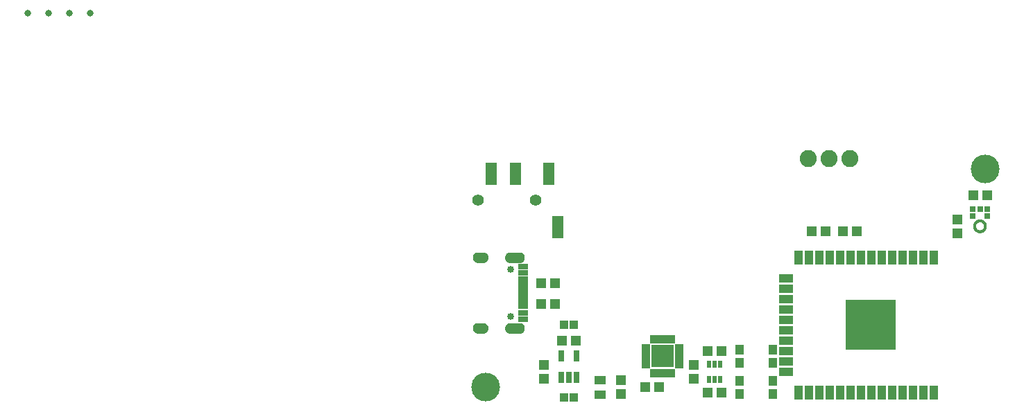
<source format=gts>
G75*
%MOIN*%
%OFA0B0*%
%FSLAX25Y25*%
%IPPOS*%
%LPD*%
%AMOC8*
5,1,8,0,0,1.08239X$1,22.5*
%
%ADD10R,0.05131X0.04737*%
%ADD11R,0.04146X0.04343*%
%ADD12R,0.04737X0.05131*%
%ADD13C,0.03300*%
%ADD14R,0.01981X0.03398*%
%ADD15R,0.04343X0.04737*%
%ADD16R,0.04343X0.06706*%
%ADD17R,0.06706X0.04343*%
%ADD18R,0.24422X0.24422*%
%ADD19R,0.02965X0.05524*%
%ADD20R,0.01981X0.04146*%
%ADD21R,0.04146X0.01981*%
%ADD22R,0.10839X0.10839*%
%ADD23C,0.13800*%
%ADD24R,0.04800X0.01981*%
%ADD25R,0.04800X0.03162*%
%ADD26R,0.04800X0.02965*%
%ADD27C,0.03359*%
%ADD28C,0.00039*%
%ADD29R,0.05524X0.10643*%
%ADD30C,0.05524*%
%ADD31R,0.05524X0.03950*%
%ADD32R,0.03162X0.02855*%
%ADD33C,0.01181*%
%ADD34C,0.08200*%
D10*
X0251654Y0090000D03*
X0258346Y0090000D03*
X0258346Y0100000D03*
X0251654Y0100000D03*
X0261654Y0072500D03*
X0268346Y0072500D03*
X0301654Y0050000D03*
X0308346Y0050000D03*
X0331654Y0047500D03*
X0338346Y0047500D03*
X0338346Y0067500D03*
X0331654Y0067500D03*
X0381654Y0125000D03*
X0388346Y0125000D03*
X0396654Y0125000D03*
X0403346Y0125000D03*
X0459154Y0142500D03*
X0465846Y0142500D03*
D11*
X0267283Y0080000D03*
X0262717Y0080000D03*
X0262717Y0045000D03*
X0267283Y0045000D03*
D12*
X0253000Y0054154D03*
X0253000Y0060846D03*
X0290000Y0053346D03*
X0290000Y0046654D03*
X0325000Y0054154D03*
X0325000Y0060846D03*
X0451500Y0124154D03*
X0451500Y0130846D03*
D13*
X0035000Y0230000D03*
X0025000Y0230000D03*
X0015000Y0230000D03*
X0005000Y0230000D03*
D14*
X0332441Y0061122D03*
X0335000Y0061122D03*
X0337559Y0061122D03*
X0337559Y0053878D03*
X0335000Y0053878D03*
X0332441Y0053878D03*
D15*
X0346929Y0053150D03*
X0346929Y0046850D03*
X0363071Y0046850D03*
X0363071Y0053150D03*
X0363071Y0061850D03*
X0363071Y0068150D03*
X0346929Y0068150D03*
X0346929Y0061850D03*
D16*
X0375315Y0047567D03*
X0380315Y0047567D03*
X0385315Y0047567D03*
X0390315Y0047567D03*
X0395315Y0047567D03*
X0400315Y0047567D03*
X0405315Y0047567D03*
X0410315Y0047567D03*
X0415315Y0047567D03*
X0420315Y0047567D03*
X0425315Y0047567D03*
X0430315Y0047567D03*
X0435315Y0047567D03*
X0440315Y0047567D03*
X0440315Y0112433D03*
X0435315Y0112433D03*
X0430315Y0112433D03*
X0425315Y0112433D03*
X0420315Y0112433D03*
X0415315Y0112433D03*
X0410315Y0112433D03*
X0405315Y0112433D03*
X0400315Y0112433D03*
X0395315Y0112433D03*
X0390315Y0112433D03*
X0385315Y0112433D03*
X0380315Y0112433D03*
X0375315Y0112433D03*
D17*
X0369449Y0102500D03*
X0369449Y0097500D03*
X0369449Y0092500D03*
X0369449Y0087500D03*
X0369449Y0082500D03*
X0369449Y0077500D03*
X0369449Y0072500D03*
X0369449Y0067500D03*
X0369449Y0062500D03*
X0369449Y0057500D03*
D18*
X0410000Y0080000D03*
D19*
X0268740Y0065119D03*
X0261260Y0065119D03*
X0261260Y0054881D03*
X0265000Y0054881D03*
X0268740Y0054881D03*
D20*
X0305079Y0056929D03*
X0307047Y0056929D03*
X0309016Y0056929D03*
X0310984Y0056929D03*
X0312953Y0056929D03*
X0314921Y0056929D03*
X0314921Y0073071D03*
X0312953Y0073071D03*
X0310984Y0073071D03*
X0309016Y0073071D03*
X0307047Y0073071D03*
X0305079Y0073071D03*
D21*
X0301929Y0069921D03*
X0301929Y0067953D03*
X0301929Y0065984D03*
X0301929Y0064016D03*
X0301929Y0062047D03*
X0301929Y0060079D03*
X0318071Y0060079D03*
X0318071Y0062047D03*
X0318071Y0064016D03*
X0318071Y0065984D03*
X0318071Y0067953D03*
X0318071Y0069921D03*
D22*
X0310000Y0065000D03*
D23*
X0225000Y0050000D03*
X0465000Y0155000D03*
D24*
X0243106Y0102390D03*
X0243106Y0100421D03*
X0243106Y0098453D03*
X0243106Y0096484D03*
X0243106Y0094516D03*
X0243106Y0092547D03*
X0243106Y0090579D03*
X0243106Y0088610D03*
D25*
X0243106Y0082803D03*
X0243106Y0108197D03*
D26*
X0243106Y0105146D03*
X0243106Y0085854D03*
D27*
X0236811Y0084122D03*
X0236811Y0106878D03*
D28*
X0218941Y0078033D02*
X0219073Y0077591D01*
X0219289Y0077184D01*
X0219580Y0076826D01*
X0219935Y0076532D01*
X0220341Y0076313D01*
X0220781Y0076177D01*
X0221240Y0076130D01*
X0223602Y0076130D01*
X0224065Y0076174D01*
X0224511Y0076307D01*
X0224922Y0076524D01*
X0225283Y0076818D01*
X0225579Y0077176D01*
X0225800Y0077585D01*
X0225937Y0078030D01*
X0225984Y0078492D01*
X0225923Y0079020D01*
X0225745Y0079520D01*
X0225461Y0079969D01*
X0225083Y0080343D01*
X0224633Y0080624D01*
X0224130Y0080797D01*
X0223602Y0080854D01*
X0221240Y0080854D01*
X0220717Y0080793D01*
X0220220Y0080617D01*
X0219776Y0080335D01*
X0219405Y0079961D01*
X0219126Y0079514D01*
X0218954Y0079016D01*
X0218898Y0078492D01*
X0218941Y0078033D01*
X0225937Y0078033D01*
X0225941Y0078071D02*
X0218937Y0078071D01*
X0218934Y0078109D02*
X0225945Y0078109D01*
X0225949Y0078147D02*
X0218930Y0078147D01*
X0218927Y0078184D02*
X0225953Y0078184D01*
X0225957Y0078222D02*
X0218923Y0078222D01*
X0218920Y0078260D02*
X0225960Y0078260D01*
X0225964Y0078298D02*
X0218916Y0078298D01*
X0218912Y0078336D02*
X0225968Y0078336D01*
X0225972Y0078374D02*
X0218909Y0078374D01*
X0218905Y0078412D02*
X0225976Y0078412D01*
X0225980Y0078450D02*
X0218902Y0078450D01*
X0218898Y0078488D02*
X0225984Y0078488D01*
X0225980Y0078525D02*
X0218901Y0078525D01*
X0218905Y0078563D02*
X0225976Y0078563D01*
X0225972Y0078601D02*
X0218909Y0078601D01*
X0218914Y0078639D02*
X0225967Y0078639D01*
X0225963Y0078677D02*
X0218918Y0078677D01*
X0218922Y0078715D02*
X0225958Y0078715D01*
X0225954Y0078753D02*
X0218926Y0078753D01*
X0218930Y0078791D02*
X0225949Y0078791D01*
X0225945Y0078828D02*
X0218934Y0078828D01*
X0218938Y0078866D02*
X0225941Y0078866D01*
X0225936Y0078904D02*
X0218942Y0078904D01*
X0218946Y0078942D02*
X0225932Y0078942D01*
X0225927Y0078980D02*
X0218951Y0078980D01*
X0218955Y0079018D02*
X0225923Y0079018D01*
X0225910Y0079056D02*
X0218968Y0079056D01*
X0218981Y0079094D02*
X0225896Y0079094D01*
X0225883Y0079131D02*
X0218994Y0079131D01*
X0219007Y0079169D02*
X0225870Y0079169D01*
X0225856Y0079207D02*
X0219021Y0079207D01*
X0219034Y0079245D02*
X0225843Y0079245D01*
X0225829Y0079283D02*
X0219047Y0079283D01*
X0219060Y0079321D02*
X0225816Y0079321D01*
X0225802Y0079359D02*
X0219073Y0079359D01*
X0219086Y0079397D02*
X0225789Y0079397D01*
X0225776Y0079435D02*
X0219099Y0079435D01*
X0219112Y0079472D02*
X0225762Y0079472D01*
X0225749Y0079510D02*
X0219125Y0079510D01*
X0219148Y0079548D02*
X0225727Y0079548D01*
X0225703Y0079586D02*
X0219171Y0079586D01*
X0219195Y0079624D02*
X0225679Y0079624D01*
X0225655Y0079662D02*
X0219218Y0079662D01*
X0219242Y0079700D02*
X0225631Y0079700D01*
X0225607Y0079738D02*
X0219266Y0079738D01*
X0219289Y0079775D02*
X0225583Y0079775D01*
X0225559Y0079813D02*
X0219313Y0079813D01*
X0219336Y0079851D02*
X0225535Y0079851D01*
X0225511Y0079889D02*
X0219360Y0079889D01*
X0219384Y0079927D02*
X0225487Y0079927D01*
X0225463Y0079965D02*
X0219409Y0079965D01*
X0219446Y0080003D02*
X0225426Y0080003D01*
X0225388Y0080041D02*
X0219484Y0080041D01*
X0219521Y0080079D02*
X0225350Y0080079D01*
X0225312Y0080116D02*
X0219559Y0080116D01*
X0219596Y0080154D02*
X0225274Y0080154D01*
X0225236Y0080192D02*
X0219634Y0080192D01*
X0219672Y0080230D02*
X0225197Y0080230D01*
X0225159Y0080268D02*
X0219709Y0080268D01*
X0219747Y0080306D02*
X0225121Y0080306D01*
X0225082Y0080344D02*
X0219789Y0080344D01*
X0219849Y0080382D02*
X0225021Y0080382D01*
X0224961Y0080419D02*
X0219909Y0080419D01*
X0219969Y0080457D02*
X0224900Y0080457D01*
X0224839Y0080495D02*
X0220028Y0080495D01*
X0220088Y0080533D02*
X0224778Y0080533D01*
X0224717Y0080571D02*
X0220148Y0080571D01*
X0220207Y0080609D02*
X0224656Y0080609D01*
X0224566Y0080647D02*
X0220304Y0080647D01*
X0220411Y0080685D02*
X0224456Y0080685D01*
X0224346Y0080723D02*
X0220518Y0080723D01*
X0220625Y0080760D02*
X0224237Y0080760D01*
X0224119Y0080798D02*
X0220761Y0080798D01*
X0221085Y0080836D02*
X0223770Y0080836D01*
X0225926Y0077995D02*
X0218952Y0077995D01*
X0218964Y0077957D02*
X0225914Y0077957D01*
X0225903Y0077919D02*
X0218975Y0077919D01*
X0218986Y0077881D02*
X0225891Y0077881D01*
X0225879Y0077844D02*
X0218998Y0077844D01*
X0219009Y0077806D02*
X0225868Y0077806D01*
X0225856Y0077768D02*
X0219020Y0077768D01*
X0219031Y0077730D02*
X0225844Y0077730D01*
X0225833Y0077692D02*
X0219043Y0077692D01*
X0219054Y0077654D02*
X0225821Y0077654D01*
X0225809Y0077616D02*
X0219065Y0077616D01*
X0219080Y0077578D02*
X0225796Y0077578D01*
X0225776Y0077540D02*
X0219100Y0077540D01*
X0219120Y0077503D02*
X0225755Y0077503D01*
X0225735Y0077465D02*
X0219140Y0077465D01*
X0219160Y0077427D02*
X0225714Y0077427D01*
X0225694Y0077389D02*
X0219180Y0077389D01*
X0219200Y0077351D02*
X0225674Y0077351D01*
X0225653Y0077313D02*
X0219220Y0077313D01*
X0219240Y0077275D02*
X0225633Y0077275D01*
X0225612Y0077237D02*
X0219260Y0077237D01*
X0219280Y0077200D02*
X0225592Y0077200D01*
X0225567Y0077162D02*
X0219306Y0077162D01*
X0219337Y0077124D02*
X0225536Y0077124D01*
X0225504Y0077086D02*
X0219368Y0077086D01*
X0219399Y0077048D02*
X0225473Y0077048D01*
X0225442Y0077010D02*
X0219430Y0077010D01*
X0219461Y0076972D02*
X0225410Y0076972D01*
X0225379Y0076934D02*
X0219491Y0076934D01*
X0219522Y0076896D02*
X0225348Y0076896D01*
X0225316Y0076859D02*
X0219553Y0076859D01*
X0219586Y0076821D02*
X0225285Y0076821D01*
X0225240Y0076783D02*
X0219632Y0076783D01*
X0219677Y0076745D02*
X0225193Y0076745D01*
X0225147Y0076707D02*
X0219723Y0076707D01*
X0219769Y0076669D02*
X0225100Y0076669D01*
X0225053Y0076631D02*
X0219815Y0076631D01*
X0219860Y0076593D02*
X0225007Y0076593D01*
X0224960Y0076556D02*
X0219906Y0076556D01*
X0219961Y0076518D02*
X0224909Y0076518D01*
X0224838Y0076480D02*
X0220031Y0076480D01*
X0220101Y0076442D02*
X0224766Y0076442D01*
X0224695Y0076404D02*
X0220172Y0076404D01*
X0220242Y0076366D02*
X0224623Y0076366D01*
X0224552Y0076328D02*
X0220312Y0076328D01*
X0220413Y0076290D02*
X0224456Y0076290D01*
X0224329Y0076252D02*
X0220536Y0076252D01*
X0220659Y0076215D02*
X0224203Y0076215D01*
X0224076Y0076177D02*
X0220784Y0076177D01*
X0221153Y0076139D02*
X0223697Y0076139D01*
X0234402Y0077988D02*
X0234546Y0077503D01*
X0234794Y0077063D01*
X0235134Y0076689D01*
X0235549Y0076400D01*
X0236017Y0076211D01*
X0236516Y0076130D01*
X0241240Y0076130D01*
X0241682Y0076191D01*
X0242103Y0076337D01*
X0242488Y0076562D01*
X0242822Y0076858D01*
X0243091Y0077214D01*
X0243286Y0077615D01*
X0243399Y0078047D01*
X0243425Y0078492D01*
X0243399Y0078937D01*
X0243286Y0079369D01*
X0243091Y0079770D01*
X0242822Y0080126D01*
X0242488Y0080422D01*
X0242103Y0080647D01*
X0241682Y0080793D01*
X0241240Y0080854D01*
X0236516Y0080854D01*
X0236017Y0080774D01*
X0235549Y0080584D01*
X0235134Y0080295D01*
X0234794Y0079921D01*
X0234546Y0079481D01*
X0234402Y0078996D01*
X0234370Y0078492D01*
X0234402Y0077988D01*
X0234402Y0077995D02*
X0243385Y0077995D01*
X0243375Y0077957D02*
X0234412Y0077957D01*
X0234423Y0077919D02*
X0243365Y0077919D01*
X0243356Y0077881D02*
X0234434Y0077881D01*
X0234445Y0077844D02*
X0243346Y0077844D01*
X0243336Y0077806D02*
X0234457Y0077806D01*
X0234468Y0077768D02*
X0243326Y0077768D01*
X0243316Y0077730D02*
X0234479Y0077730D01*
X0234490Y0077692D02*
X0243306Y0077692D01*
X0243296Y0077654D02*
X0234502Y0077654D01*
X0234513Y0077616D02*
X0243286Y0077616D01*
X0243268Y0077578D02*
X0234524Y0077578D01*
X0234535Y0077540D02*
X0243250Y0077540D01*
X0243231Y0077503D02*
X0234547Y0077503D01*
X0234568Y0077465D02*
X0243213Y0077465D01*
X0243195Y0077427D02*
X0234589Y0077427D01*
X0234611Y0077389D02*
X0243176Y0077389D01*
X0243158Y0077351D02*
X0234632Y0077351D01*
X0234654Y0077313D02*
X0243139Y0077313D01*
X0243121Y0077275D02*
X0234675Y0077275D01*
X0234696Y0077237D02*
X0243103Y0077237D01*
X0243080Y0077200D02*
X0234718Y0077200D01*
X0234739Y0077162D02*
X0243052Y0077162D01*
X0243023Y0077124D02*
X0234760Y0077124D01*
X0234782Y0077086D02*
X0242994Y0077086D01*
X0242965Y0077048D02*
X0234808Y0077048D01*
X0234843Y0077010D02*
X0242937Y0077010D01*
X0242908Y0076972D02*
X0234877Y0076972D01*
X0234911Y0076934D02*
X0242879Y0076934D01*
X0242851Y0076896D02*
X0234946Y0076896D01*
X0234980Y0076859D02*
X0242822Y0076859D01*
X0242779Y0076821D02*
X0235015Y0076821D01*
X0235049Y0076783D02*
X0242737Y0076783D01*
X0242694Y0076745D02*
X0235083Y0076745D01*
X0235118Y0076707D02*
X0242651Y0076707D01*
X0242609Y0076669D02*
X0235163Y0076669D01*
X0235217Y0076631D02*
X0242566Y0076631D01*
X0242523Y0076593D02*
X0235271Y0076593D01*
X0235326Y0076556D02*
X0242477Y0076556D01*
X0242412Y0076518D02*
X0235380Y0076518D01*
X0235434Y0076480D02*
X0242347Y0076480D01*
X0242283Y0076442D02*
X0235489Y0076442D01*
X0235543Y0076404D02*
X0242218Y0076404D01*
X0242153Y0076366D02*
X0235632Y0076366D01*
X0235726Y0076328D02*
X0242079Y0076328D01*
X0241969Y0076290D02*
X0235820Y0076290D01*
X0235913Y0076252D02*
X0241860Y0076252D01*
X0241751Y0076215D02*
X0236007Y0076215D01*
X0236226Y0076177D02*
X0241579Y0076177D01*
X0241305Y0076139D02*
X0236460Y0076139D01*
X0234400Y0078033D02*
X0243395Y0078033D01*
X0243400Y0078071D02*
X0234397Y0078071D01*
X0234395Y0078109D02*
X0243402Y0078109D01*
X0243405Y0078147D02*
X0234392Y0078147D01*
X0234390Y0078184D02*
X0243407Y0078184D01*
X0243409Y0078222D02*
X0234387Y0078222D01*
X0234385Y0078260D02*
X0243411Y0078260D01*
X0243414Y0078298D02*
X0234383Y0078298D01*
X0234380Y0078336D02*
X0243416Y0078336D01*
X0243418Y0078374D02*
X0234378Y0078374D01*
X0234375Y0078412D02*
X0243420Y0078412D01*
X0243423Y0078450D02*
X0234373Y0078450D01*
X0234370Y0078488D02*
X0243425Y0078488D01*
X0243423Y0078525D02*
X0234372Y0078525D01*
X0234375Y0078563D02*
X0243421Y0078563D01*
X0243419Y0078601D02*
X0234377Y0078601D01*
X0234380Y0078639D02*
X0243416Y0078639D01*
X0243414Y0078677D02*
X0234382Y0078677D01*
X0234384Y0078715D02*
X0243412Y0078715D01*
X0243410Y0078753D02*
X0234387Y0078753D01*
X0234389Y0078791D02*
X0243407Y0078791D01*
X0243405Y0078828D02*
X0234392Y0078828D01*
X0234394Y0078866D02*
X0243403Y0078866D01*
X0243401Y0078904D02*
X0234397Y0078904D01*
X0234399Y0078942D02*
X0243398Y0078942D01*
X0243388Y0078980D02*
X0234401Y0078980D01*
X0234409Y0079018D02*
X0243378Y0079018D01*
X0243368Y0079056D02*
X0234420Y0079056D01*
X0234431Y0079094D02*
X0243358Y0079094D01*
X0243348Y0079131D02*
X0234443Y0079131D01*
X0234454Y0079169D02*
X0243338Y0079169D01*
X0243328Y0079207D02*
X0234465Y0079207D01*
X0234476Y0079245D02*
X0243318Y0079245D01*
X0243308Y0079283D02*
X0234488Y0079283D01*
X0234499Y0079321D02*
X0243299Y0079321D01*
X0243289Y0079359D02*
X0234510Y0079359D01*
X0234521Y0079397D02*
X0243273Y0079397D01*
X0243254Y0079435D02*
X0234533Y0079435D01*
X0234544Y0079472D02*
X0243236Y0079472D01*
X0243217Y0079510D02*
X0234563Y0079510D01*
X0234584Y0079548D02*
X0243199Y0079548D01*
X0243181Y0079586D02*
X0234606Y0079586D01*
X0234627Y0079624D02*
X0243162Y0079624D01*
X0243144Y0079662D02*
X0234648Y0079662D01*
X0234670Y0079700D02*
X0243125Y0079700D01*
X0243107Y0079738D02*
X0234691Y0079738D01*
X0234712Y0079775D02*
X0243087Y0079775D01*
X0243059Y0079813D02*
X0234734Y0079813D01*
X0234755Y0079851D02*
X0243030Y0079851D01*
X0243001Y0079889D02*
X0234776Y0079889D01*
X0234800Y0079927D02*
X0242972Y0079927D01*
X0242944Y0079965D02*
X0234834Y0079965D01*
X0234869Y0080003D02*
X0242915Y0080003D01*
X0242886Y0080041D02*
X0234903Y0080041D01*
X0234937Y0080079D02*
X0242858Y0080079D01*
X0242829Y0080116D02*
X0234972Y0080116D01*
X0235006Y0080154D02*
X0242790Y0080154D01*
X0242747Y0080192D02*
X0235041Y0080192D01*
X0235075Y0080230D02*
X0242704Y0080230D01*
X0242662Y0080268D02*
X0235109Y0080268D01*
X0235149Y0080306D02*
X0242619Y0080306D01*
X0242577Y0080344D02*
X0235204Y0080344D01*
X0235258Y0080382D02*
X0242534Y0080382D01*
X0242491Y0080419D02*
X0235312Y0080419D01*
X0235367Y0080457D02*
X0242428Y0080457D01*
X0242363Y0080495D02*
X0235421Y0080495D01*
X0235475Y0080533D02*
X0242299Y0080533D01*
X0242234Y0080571D02*
X0235530Y0080571D01*
X0235610Y0080609D02*
X0242169Y0080609D01*
X0242105Y0080647D02*
X0235703Y0080647D01*
X0235797Y0080685D02*
X0241996Y0080685D01*
X0241887Y0080723D02*
X0235890Y0080723D01*
X0235984Y0080760D02*
X0241777Y0080760D01*
X0241646Y0080798D02*
X0236169Y0080798D01*
X0236403Y0080836D02*
X0241372Y0080836D01*
X0241240Y0110146D02*
X0236516Y0110146D01*
X0236017Y0110226D01*
X0235549Y0110416D01*
X0235134Y0110705D01*
X0234794Y0111079D01*
X0234546Y0111519D01*
X0234402Y0112004D01*
X0234370Y0112508D01*
X0234402Y0113012D01*
X0234546Y0113497D01*
X0234794Y0113937D01*
X0235134Y0114311D01*
X0235549Y0114600D01*
X0236017Y0114789D01*
X0236516Y0114870D01*
X0241240Y0114870D01*
X0241682Y0114809D01*
X0242103Y0114663D01*
X0242488Y0114438D01*
X0242822Y0114142D01*
X0243091Y0113786D01*
X0243286Y0113385D01*
X0243399Y0112953D01*
X0243425Y0112508D01*
X0243399Y0112063D01*
X0243286Y0111631D01*
X0243091Y0111230D01*
X0242822Y0110874D01*
X0242488Y0110578D01*
X0242103Y0110353D01*
X0241682Y0110207D01*
X0241240Y0110146D01*
X0241318Y0110156D02*
X0236450Y0110156D01*
X0236215Y0110194D02*
X0241592Y0110194D01*
X0241756Y0110232D02*
X0236002Y0110232D01*
X0235909Y0110270D02*
X0241865Y0110270D01*
X0241974Y0110308D02*
X0235815Y0110308D01*
X0235722Y0110346D02*
X0242084Y0110346D01*
X0242156Y0110384D02*
X0235628Y0110384D01*
X0235540Y0110422D02*
X0242221Y0110422D01*
X0242286Y0110459D02*
X0235486Y0110459D01*
X0235432Y0110497D02*
X0242350Y0110497D01*
X0242415Y0110535D02*
X0235377Y0110535D01*
X0235323Y0110573D02*
X0242480Y0110573D01*
X0242525Y0110611D02*
X0235269Y0110611D01*
X0235215Y0110649D02*
X0242568Y0110649D01*
X0242611Y0110687D02*
X0235160Y0110687D01*
X0235116Y0110725D02*
X0242653Y0110725D01*
X0242696Y0110762D02*
X0235082Y0110762D01*
X0235047Y0110800D02*
X0242739Y0110800D01*
X0242781Y0110838D02*
X0235013Y0110838D01*
X0234979Y0110876D02*
X0242823Y0110876D01*
X0242852Y0110914D02*
X0234944Y0110914D01*
X0234910Y0110952D02*
X0242881Y0110952D01*
X0242909Y0110990D02*
X0234875Y0110990D01*
X0234841Y0111028D02*
X0242938Y0111028D01*
X0242967Y0111066D02*
X0234807Y0111066D01*
X0234781Y0111103D02*
X0242995Y0111103D01*
X0243024Y0111141D02*
X0234759Y0111141D01*
X0234738Y0111179D02*
X0243053Y0111179D01*
X0243082Y0111217D02*
X0234717Y0111217D01*
X0234695Y0111255D02*
X0243103Y0111255D01*
X0243122Y0111293D02*
X0234674Y0111293D01*
X0234653Y0111331D02*
X0243140Y0111331D01*
X0243159Y0111369D02*
X0234631Y0111369D01*
X0234610Y0111406D02*
X0243177Y0111406D01*
X0243195Y0111444D02*
X0234588Y0111444D01*
X0234567Y0111482D02*
X0243214Y0111482D01*
X0243232Y0111520D02*
X0234546Y0111520D01*
X0234535Y0111558D02*
X0243251Y0111558D01*
X0243269Y0111596D02*
X0234524Y0111596D01*
X0234512Y0111634D02*
X0243287Y0111634D01*
X0243297Y0111672D02*
X0234501Y0111672D01*
X0234490Y0111709D02*
X0243307Y0111709D01*
X0243316Y0111747D02*
X0234479Y0111747D01*
X0234467Y0111785D02*
X0243326Y0111785D01*
X0243336Y0111823D02*
X0234456Y0111823D01*
X0234445Y0111861D02*
X0243346Y0111861D01*
X0243356Y0111899D02*
X0234434Y0111899D01*
X0234422Y0111937D02*
X0243366Y0111937D01*
X0243376Y0111975D02*
X0234411Y0111975D01*
X0234402Y0112013D02*
X0243386Y0112013D01*
X0243396Y0112050D02*
X0234399Y0112050D01*
X0234397Y0112088D02*
X0243400Y0112088D01*
X0243403Y0112126D02*
X0234395Y0112126D01*
X0234392Y0112164D02*
X0243405Y0112164D01*
X0243407Y0112202D02*
X0234390Y0112202D01*
X0234387Y0112240D02*
X0243409Y0112240D01*
X0243412Y0112278D02*
X0234385Y0112278D01*
X0234382Y0112316D02*
X0243414Y0112316D01*
X0243416Y0112353D02*
X0234380Y0112353D01*
X0234378Y0112391D02*
X0243418Y0112391D01*
X0243421Y0112429D02*
X0234375Y0112429D01*
X0234373Y0112467D02*
X0243423Y0112467D01*
X0243425Y0112505D02*
X0234370Y0112505D01*
X0234372Y0112543D02*
X0243423Y0112543D01*
X0243421Y0112581D02*
X0234375Y0112581D01*
X0234377Y0112619D02*
X0243419Y0112619D01*
X0243416Y0112657D02*
X0234380Y0112657D01*
X0234382Y0112694D02*
X0243414Y0112694D01*
X0243412Y0112732D02*
X0234384Y0112732D01*
X0234387Y0112770D02*
X0243410Y0112770D01*
X0243407Y0112808D02*
X0234389Y0112808D01*
X0234392Y0112846D02*
X0243405Y0112846D01*
X0243403Y0112884D02*
X0234394Y0112884D01*
X0234397Y0112922D02*
X0243401Y0112922D01*
X0243397Y0112960D02*
X0234399Y0112960D01*
X0234402Y0112997D02*
X0243387Y0112997D01*
X0243377Y0113035D02*
X0234409Y0113035D01*
X0234421Y0113073D02*
X0243367Y0113073D01*
X0243358Y0113111D02*
X0234432Y0113111D01*
X0234443Y0113149D02*
X0243348Y0113149D01*
X0243338Y0113187D02*
X0234454Y0113187D01*
X0234466Y0113225D02*
X0243328Y0113225D01*
X0243318Y0113263D02*
X0234477Y0113263D01*
X0234488Y0113301D02*
X0243308Y0113301D01*
X0243298Y0113338D02*
X0234499Y0113338D01*
X0234511Y0113376D02*
X0243288Y0113376D01*
X0243272Y0113414D02*
X0234522Y0113414D01*
X0234533Y0113452D02*
X0243253Y0113452D01*
X0243235Y0113490D02*
X0234544Y0113490D01*
X0234564Y0113528D02*
X0243217Y0113528D01*
X0243198Y0113566D02*
X0234585Y0113566D01*
X0234607Y0113604D02*
X0243180Y0113604D01*
X0243161Y0113641D02*
X0234628Y0113641D01*
X0234649Y0113679D02*
X0243143Y0113679D01*
X0243125Y0113717D02*
X0234671Y0113717D01*
X0234692Y0113755D02*
X0243106Y0113755D01*
X0243086Y0113793D02*
X0234713Y0113793D01*
X0234735Y0113831D02*
X0243057Y0113831D01*
X0243029Y0113869D02*
X0234756Y0113869D01*
X0234777Y0113907D02*
X0243000Y0113907D01*
X0242971Y0113944D02*
X0234801Y0113944D01*
X0234836Y0113982D02*
X0242942Y0113982D01*
X0242914Y0114020D02*
X0234870Y0114020D01*
X0234905Y0114058D02*
X0242885Y0114058D01*
X0242856Y0114096D02*
X0234939Y0114096D01*
X0234973Y0114134D02*
X0242828Y0114134D01*
X0242788Y0114172D02*
X0235008Y0114172D01*
X0235042Y0114210D02*
X0242745Y0114210D01*
X0242703Y0114248D02*
X0235077Y0114248D01*
X0235111Y0114285D02*
X0242660Y0114285D01*
X0242617Y0114323D02*
X0235152Y0114323D01*
X0235206Y0114361D02*
X0242575Y0114361D01*
X0242532Y0114399D02*
X0235261Y0114399D01*
X0235315Y0114437D02*
X0242489Y0114437D01*
X0242425Y0114475D02*
X0235369Y0114475D01*
X0235424Y0114513D02*
X0242360Y0114513D01*
X0242296Y0114551D02*
X0235478Y0114551D01*
X0235532Y0114588D02*
X0242231Y0114588D01*
X0242166Y0114626D02*
X0235614Y0114626D01*
X0235707Y0114664D02*
X0242100Y0114664D01*
X0241991Y0114702D02*
X0235801Y0114702D01*
X0235895Y0114740D02*
X0241882Y0114740D01*
X0241772Y0114778D02*
X0235988Y0114778D01*
X0236180Y0114816D02*
X0241634Y0114816D01*
X0241359Y0114854D02*
X0236414Y0114854D01*
X0225923Y0113035D02*
X0225984Y0112508D01*
X0225937Y0112045D01*
X0225800Y0111601D01*
X0225579Y0111192D01*
X0225283Y0110833D01*
X0224922Y0110540D01*
X0224511Y0110322D01*
X0224065Y0110189D01*
X0223602Y0110146D01*
X0221240Y0110146D01*
X0220781Y0110193D01*
X0220341Y0110328D01*
X0219935Y0110548D01*
X0219580Y0110842D01*
X0219289Y0111199D01*
X0219073Y0111607D01*
X0218941Y0112049D01*
X0218898Y0112508D01*
X0218954Y0113032D01*
X0219126Y0113530D01*
X0219405Y0113977D01*
X0219776Y0114351D01*
X0220220Y0114633D01*
X0220717Y0114809D01*
X0221240Y0114870D01*
X0223602Y0114870D01*
X0224130Y0114813D01*
X0224633Y0114639D01*
X0225083Y0114359D01*
X0225461Y0113985D01*
X0225745Y0113536D01*
X0225923Y0113035D01*
X0218956Y0113035D01*
X0218951Y0112997D02*
X0225927Y0112997D01*
X0225931Y0112960D02*
X0218947Y0112960D01*
X0218943Y0112922D02*
X0225936Y0112922D01*
X0225940Y0112884D02*
X0218938Y0112884D01*
X0218934Y0112846D02*
X0225945Y0112846D01*
X0225949Y0112808D02*
X0218930Y0112808D01*
X0218926Y0112770D02*
X0225954Y0112770D01*
X0225958Y0112732D02*
X0218922Y0112732D01*
X0218918Y0112694D02*
X0225962Y0112694D01*
X0225967Y0112657D02*
X0218914Y0112657D01*
X0218910Y0112619D02*
X0225971Y0112619D01*
X0225976Y0112581D02*
X0218906Y0112581D01*
X0218901Y0112543D02*
X0225980Y0112543D01*
X0225984Y0112505D02*
X0218898Y0112505D01*
X0218901Y0112467D02*
X0225980Y0112467D01*
X0225976Y0112429D02*
X0218905Y0112429D01*
X0218909Y0112391D02*
X0225972Y0112391D01*
X0225968Y0112353D02*
X0218912Y0112353D01*
X0218916Y0112316D02*
X0225965Y0112316D01*
X0225961Y0112278D02*
X0218919Y0112278D01*
X0218923Y0112240D02*
X0225957Y0112240D01*
X0225953Y0112202D02*
X0218926Y0112202D01*
X0218930Y0112164D02*
X0225949Y0112164D01*
X0225945Y0112126D02*
X0218934Y0112126D01*
X0218937Y0112088D02*
X0225941Y0112088D01*
X0225937Y0112050D02*
X0218941Y0112050D01*
X0218952Y0112013D02*
X0225927Y0112013D01*
X0225915Y0111975D02*
X0218963Y0111975D01*
X0218974Y0111937D02*
X0225903Y0111937D01*
X0225892Y0111899D02*
X0218986Y0111899D01*
X0218997Y0111861D02*
X0225880Y0111861D01*
X0225868Y0111823D02*
X0219008Y0111823D01*
X0219020Y0111785D02*
X0225857Y0111785D01*
X0225845Y0111747D02*
X0219031Y0111747D01*
X0219042Y0111709D02*
X0225833Y0111709D01*
X0225822Y0111672D02*
X0219054Y0111672D01*
X0219065Y0111634D02*
X0225810Y0111634D01*
X0225797Y0111596D02*
X0219079Y0111596D01*
X0219099Y0111558D02*
X0225777Y0111558D01*
X0225756Y0111520D02*
X0219119Y0111520D01*
X0219139Y0111482D02*
X0225736Y0111482D01*
X0225715Y0111444D02*
X0219159Y0111444D01*
X0219179Y0111406D02*
X0225695Y0111406D01*
X0225675Y0111369D02*
X0219199Y0111369D01*
X0219219Y0111331D02*
X0225654Y0111331D01*
X0225634Y0111293D02*
X0219239Y0111293D01*
X0219259Y0111255D02*
X0225613Y0111255D01*
X0225593Y0111217D02*
X0219279Y0111217D01*
X0219305Y0111179D02*
X0225569Y0111179D01*
X0225537Y0111141D02*
X0219336Y0111141D01*
X0219367Y0111103D02*
X0225506Y0111103D01*
X0225475Y0111066D02*
X0219398Y0111066D01*
X0219428Y0111028D02*
X0225443Y0111028D01*
X0225412Y0110990D02*
X0219459Y0110990D01*
X0219490Y0110952D02*
X0225381Y0110952D01*
X0225349Y0110914D02*
X0219521Y0110914D01*
X0219552Y0110876D02*
X0225318Y0110876D01*
X0225286Y0110838D02*
X0219584Y0110838D01*
X0219630Y0110800D02*
X0225242Y0110800D01*
X0225195Y0110762D02*
X0219675Y0110762D01*
X0219721Y0110725D02*
X0225149Y0110725D01*
X0225102Y0110687D02*
X0219767Y0110687D01*
X0219813Y0110649D02*
X0225056Y0110649D01*
X0225009Y0110611D02*
X0219858Y0110611D01*
X0219904Y0110573D02*
X0224963Y0110573D01*
X0224913Y0110535D02*
X0219958Y0110535D01*
X0220028Y0110497D02*
X0224841Y0110497D01*
X0224770Y0110459D02*
X0220098Y0110459D01*
X0220168Y0110422D02*
X0224698Y0110422D01*
X0224626Y0110384D02*
X0220239Y0110384D01*
X0220309Y0110346D02*
X0224555Y0110346D01*
X0224462Y0110308D02*
X0220408Y0110308D01*
X0220531Y0110270D02*
X0224335Y0110270D01*
X0224208Y0110232D02*
X0220654Y0110232D01*
X0220777Y0110194D02*
X0224082Y0110194D01*
X0223716Y0110156D02*
X0221136Y0110156D01*
X0218969Y0113073D02*
X0225909Y0113073D01*
X0225896Y0113111D02*
X0218982Y0113111D01*
X0218995Y0113149D02*
X0225882Y0113149D01*
X0225869Y0113187D02*
X0219008Y0113187D01*
X0219021Y0113225D02*
X0225855Y0113225D01*
X0225842Y0113263D02*
X0219034Y0113263D01*
X0219047Y0113301D02*
X0225829Y0113301D01*
X0225815Y0113338D02*
X0219060Y0113338D01*
X0219073Y0113376D02*
X0225802Y0113376D01*
X0225788Y0113414D02*
X0219087Y0113414D01*
X0219100Y0113452D02*
X0225775Y0113452D01*
X0225761Y0113490D02*
X0219113Y0113490D01*
X0219126Y0113528D02*
X0225748Y0113528D01*
X0225726Y0113566D02*
X0219149Y0113566D01*
X0219172Y0113604D02*
X0225702Y0113604D01*
X0225678Y0113641D02*
X0219196Y0113641D01*
X0219220Y0113679D02*
X0225654Y0113679D01*
X0225630Y0113717D02*
X0219243Y0113717D01*
X0219267Y0113755D02*
X0225606Y0113755D01*
X0225582Y0113793D02*
X0219290Y0113793D01*
X0219314Y0113831D02*
X0225558Y0113831D01*
X0225534Y0113869D02*
X0219337Y0113869D01*
X0219361Y0113907D02*
X0225510Y0113907D01*
X0225486Y0113944D02*
X0219385Y0113944D01*
X0219410Y0113982D02*
X0225462Y0113982D01*
X0225425Y0114020D02*
X0219448Y0114020D01*
X0219485Y0114058D02*
X0225387Y0114058D01*
X0225348Y0114096D02*
X0219523Y0114096D01*
X0219561Y0114134D02*
X0225310Y0114134D01*
X0225272Y0114172D02*
X0219598Y0114172D01*
X0219636Y0114210D02*
X0225234Y0114210D01*
X0225196Y0114248D02*
X0219673Y0114248D01*
X0219711Y0114285D02*
X0225157Y0114285D01*
X0225119Y0114323D02*
X0219748Y0114323D01*
X0219792Y0114361D02*
X0225079Y0114361D01*
X0225019Y0114399D02*
X0219852Y0114399D01*
X0219912Y0114437D02*
X0224958Y0114437D01*
X0224897Y0114475D02*
X0219971Y0114475D01*
X0220031Y0114513D02*
X0224836Y0114513D01*
X0224775Y0114551D02*
X0220091Y0114551D01*
X0220151Y0114588D02*
X0224714Y0114588D01*
X0224654Y0114626D02*
X0220210Y0114626D01*
X0220309Y0114664D02*
X0224561Y0114664D01*
X0224451Y0114702D02*
X0220416Y0114702D01*
X0220523Y0114740D02*
X0224341Y0114740D01*
X0224232Y0114778D02*
X0220629Y0114778D01*
X0220776Y0114816D02*
X0224103Y0114816D01*
X0223754Y0114854D02*
X0221100Y0114854D01*
D29*
X0259488Y0127205D03*
X0255157Y0152795D03*
X0239409Y0152795D03*
X0227598Y0152795D03*
D30*
X0221299Y0140000D03*
X0248858Y0140000D03*
D31*
X0280000Y0053543D03*
X0280000Y0046457D03*
D32*
X0458957Y0132429D03*
X0458957Y0135665D03*
X0462500Y0135665D03*
X0466043Y0135665D03*
X0466043Y0132429D03*
D33*
X0459894Y0127500D02*
X0459896Y0127602D01*
X0459902Y0127703D01*
X0459912Y0127804D01*
X0459926Y0127905D01*
X0459943Y0128005D01*
X0459965Y0128105D01*
X0459991Y0128203D01*
X0460020Y0128300D01*
X0460053Y0128397D01*
X0460090Y0128491D01*
X0460130Y0128585D01*
X0460175Y0128676D01*
X0460222Y0128766D01*
X0460273Y0128854D01*
X0460328Y0128940D01*
X0460386Y0129024D01*
X0460447Y0129105D01*
X0460511Y0129184D01*
X0460578Y0129260D01*
X0460648Y0129334D01*
X0460721Y0129405D01*
X0460797Y0129473D01*
X0460875Y0129537D01*
X0460956Y0129599D01*
X0461039Y0129658D01*
X0461124Y0129713D01*
X0461212Y0129765D01*
X0461301Y0129814D01*
X0461392Y0129859D01*
X0461485Y0129900D01*
X0461580Y0129938D01*
X0461675Y0129972D01*
X0461772Y0130002D01*
X0461871Y0130029D01*
X0461970Y0130051D01*
X0462070Y0130070D01*
X0462170Y0130085D01*
X0462271Y0130096D01*
X0462373Y0130103D01*
X0462475Y0130106D01*
X0462576Y0130105D01*
X0462678Y0130100D01*
X0462779Y0130091D01*
X0462880Y0130078D01*
X0462980Y0130061D01*
X0463080Y0130041D01*
X0463179Y0130016D01*
X0463276Y0129988D01*
X0463373Y0129956D01*
X0463468Y0129920D01*
X0463562Y0129880D01*
X0463654Y0129837D01*
X0463744Y0129790D01*
X0463832Y0129740D01*
X0463919Y0129686D01*
X0464003Y0129629D01*
X0464085Y0129569D01*
X0464164Y0129505D01*
X0464241Y0129439D01*
X0464316Y0129369D01*
X0464387Y0129297D01*
X0464456Y0129222D01*
X0464522Y0129145D01*
X0464584Y0129064D01*
X0464644Y0128982D01*
X0464700Y0128897D01*
X0464753Y0128810D01*
X0464802Y0128721D01*
X0464848Y0128631D01*
X0464890Y0128538D01*
X0464929Y0128444D01*
X0464964Y0128349D01*
X0464995Y0128252D01*
X0465023Y0128154D01*
X0465046Y0128055D01*
X0465066Y0127955D01*
X0465082Y0127855D01*
X0465094Y0127754D01*
X0465102Y0127652D01*
X0465106Y0127551D01*
X0465106Y0127449D01*
X0465102Y0127348D01*
X0465094Y0127246D01*
X0465082Y0127145D01*
X0465066Y0127045D01*
X0465046Y0126945D01*
X0465023Y0126846D01*
X0464995Y0126748D01*
X0464964Y0126651D01*
X0464929Y0126556D01*
X0464890Y0126462D01*
X0464848Y0126369D01*
X0464802Y0126279D01*
X0464753Y0126190D01*
X0464700Y0126103D01*
X0464644Y0126018D01*
X0464584Y0125936D01*
X0464522Y0125855D01*
X0464456Y0125778D01*
X0464387Y0125703D01*
X0464316Y0125631D01*
X0464241Y0125561D01*
X0464164Y0125495D01*
X0464085Y0125431D01*
X0464003Y0125371D01*
X0463919Y0125314D01*
X0463832Y0125260D01*
X0463744Y0125210D01*
X0463654Y0125163D01*
X0463562Y0125120D01*
X0463468Y0125080D01*
X0463373Y0125044D01*
X0463276Y0125012D01*
X0463179Y0124984D01*
X0463080Y0124959D01*
X0462980Y0124939D01*
X0462880Y0124922D01*
X0462779Y0124909D01*
X0462678Y0124900D01*
X0462576Y0124895D01*
X0462475Y0124894D01*
X0462373Y0124897D01*
X0462271Y0124904D01*
X0462170Y0124915D01*
X0462070Y0124930D01*
X0461970Y0124949D01*
X0461871Y0124971D01*
X0461772Y0124998D01*
X0461675Y0125028D01*
X0461580Y0125062D01*
X0461485Y0125100D01*
X0461392Y0125141D01*
X0461301Y0125186D01*
X0461212Y0125235D01*
X0461124Y0125287D01*
X0461039Y0125342D01*
X0460956Y0125401D01*
X0460875Y0125463D01*
X0460797Y0125527D01*
X0460721Y0125595D01*
X0460648Y0125666D01*
X0460578Y0125740D01*
X0460511Y0125816D01*
X0460447Y0125895D01*
X0460386Y0125976D01*
X0460328Y0126060D01*
X0460273Y0126146D01*
X0460222Y0126234D01*
X0460175Y0126324D01*
X0460130Y0126415D01*
X0460090Y0126509D01*
X0460053Y0126603D01*
X0460020Y0126700D01*
X0459991Y0126797D01*
X0459965Y0126895D01*
X0459943Y0126995D01*
X0459926Y0127095D01*
X0459912Y0127196D01*
X0459902Y0127297D01*
X0459896Y0127398D01*
X0459894Y0127500D01*
D34*
X0400000Y0160000D03*
X0390000Y0160000D03*
X0380000Y0160000D03*
M02*

</source>
